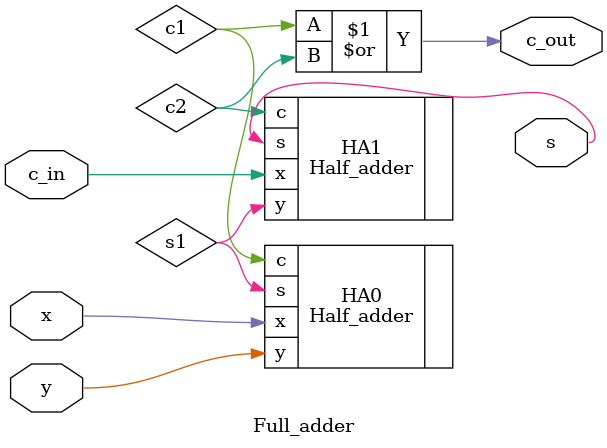
<source format=v>
`timescale 1ns / 1ps


module Full_adder(
input x,c_in,y,
output s,c_out
    );
    wire c1,s1,c2;
 Half_adder HA0(
    .x(x),
    .c(c1),
    .y(y),
    .s(s1)
);
 Half_adder HA1(
    .x(c_in),
    .c(c2),
    .y(s1),
    .s(s)
);

assign c_out = c1|c2;
endmodule

</source>
